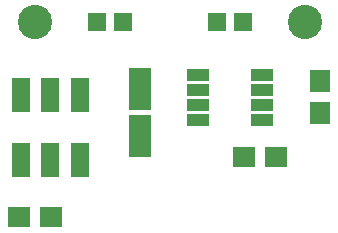
<source format=gts>
G04 #@! TF.FileFunction,Soldermask,Top*
%FSLAX46Y46*%
G04 Gerber Fmt 4.6, Leading zero omitted, Abs format (unit mm)*
G04 Created by KiCad (PCBNEW 4.0.6) date 05/11/17 00:54:59*
%MOMM*%
%LPD*%
G01*
G04 APERTURE LIST*
%ADD10C,0.100000*%
%ADD11R,1.900000X3.600000*%
%ADD12R,1.600000X1.600000*%
%ADD13R,1.900000X1.700000*%
%ADD14R,1.700000X1.900000*%
%ADD15R,1.950000X1.000000*%
%ADD16C,2.900000*%
%ADD17R,1.600000X2.900000*%
G04 APERTURE END LIST*
D10*
D11*
X146050000Y-102330000D03*
X146050000Y-98330000D03*
D12*
X152570000Y-92710000D03*
X154770000Y-92710000D03*
X142410000Y-92710000D03*
X144610000Y-92710000D03*
D13*
X154860000Y-104140000D03*
X157560000Y-104140000D03*
D14*
X161290000Y-97710000D03*
X161290000Y-100410000D03*
D13*
X138510000Y-109220000D03*
X135810000Y-109220000D03*
D15*
X150970000Y-97155000D03*
X150970000Y-98425000D03*
X150970000Y-99695000D03*
X150970000Y-100965000D03*
X156370000Y-100965000D03*
X156370000Y-99695000D03*
X156370000Y-98425000D03*
X156370000Y-97155000D03*
D16*
X137160000Y-92710000D03*
X160020000Y-92710000D03*
D17*
X138430000Y-98850000D03*
X140930000Y-98850000D03*
X135930000Y-98850000D03*
X140930000Y-104350000D03*
X138430000Y-104350000D03*
X135930000Y-104350000D03*
M02*

</source>
